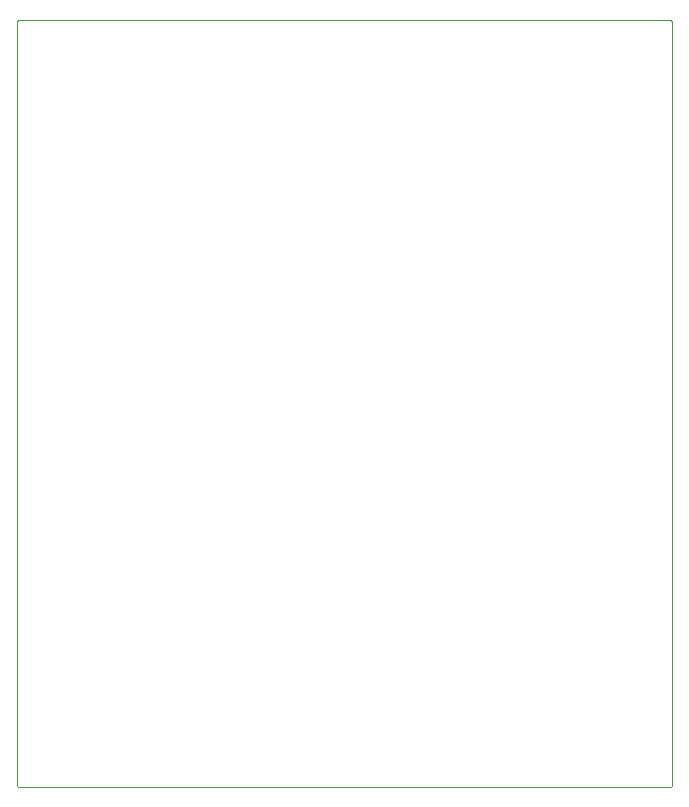
<source format=gm1>
G04 #@! TF.GenerationSoftware,KiCad,Pcbnew,8.0.3*
G04 #@! TF.CreationDate,2024-09-14T14:57:03+02:00*
G04 #@! TF.ProjectId,jitx-design,6a697478-2d64-4657-9369-676e2e6b6963,rev?*
G04 #@! TF.SameCoordinates,Original*
G04 #@! TF.FileFunction,Profile,NP*
%FSLAX46Y46*%
G04 Gerber Fmt 4.6, Leading zero omitted, Abs format (unit mm)*
G04 Created by KiCad (PCBNEW 8.0.3) date 2024-09-14 14:57:03*
%MOMM*%
%LPD*%
G01*
G04 APERTURE LIST*
G04 #@! TA.AperFunction,Profile*
%ADD10C,0.050000*%
G04 #@! TD*
G04 APERTURE END LIST*
D10*
X167176777Y-75573223D02*
X167138893Y-75542133D01*
X111750000Y-75750000D02*
X111750000Y-140250000D01*
X112000000Y-75500000D02*
X111951227Y-75504804D01*
X111792133Y-140388893D02*
X111823223Y-140426777D01*
X112000000Y-140500000D02*
X167000000Y-140500000D01*
X167176777Y-140426777D02*
X167207867Y-140388893D01*
X167048773Y-75504804D02*
X167000000Y-75500000D01*
X111769030Y-75654329D02*
X111754804Y-75701227D01*
X111792133Y-75611107D02*
X111769030Y-75654329D01*
X167245196Y-140298773D02*
X167250000Y-140250000D01*
X111769030Y-140345671D02*
X111792133Y-140388893D01*
X111754804Y-140298773D02*
X111769030Y-140345671D01*
X167095671Y-75519030D02*
X167048773Y-75504804D01*
X167250000Y-140250000D02*
X167250000Y-75750000D01*
X167230970Y-140345671D02*
X167245196Y-140298773D01*
X111904329Y-75519030D02*
X111861107Y-75542133D01*
X167245196Y-75701227D02*
X167230970Y-75654329D01*
X111951227Y-140495196D02*
X112000000Y-140500000D01*
X167207867Y-75611107D02*
X167176777Y-75573223D01*
X111823223Y-140426777D02*
X111861107Y-140457867D01*
X167095671Y-140480970D02*
X167138893Y-140457867D01*
X111904329Y-140480970D02*
X111951227Y-140495196D01*
X111951227Y-75504804D02*
X111904329Y-75519030D01*
X167138893Y-140457867D02*
X167176777Y-140426777D01*
X167000000Y-75500000D02*
X112000000Y-75500000D01*
X111750000Y-140250000D02*
X111754804Y-140298773D01*
X111861107Y-75542133D02*
X111823223Y-75573223D01*
X167048773Y-140495196D02*
X167095671Y-140480970D01*
X111823223Y-75573223D02*
X111792133Y-75611107D01*
X167250000Y-75750000D02*
X167245196Y-75701227D01*
X167207867Y-140388893D02*
X167230970Y-140345671D01*
X167000000Y-140500000D02*
X167048773Y-140495196D01*
X167230970Y-75654329D02*
X167207867Y-75611107D01*
X167138893Y-75542133D02*
X167095671Y-75519030D01*
X111861107Y-140457867D02*
X111904329Y-140480970D01*
X111754804Y-75701227D02*
X111750000Y-75750000D01*
M02*

</source>
